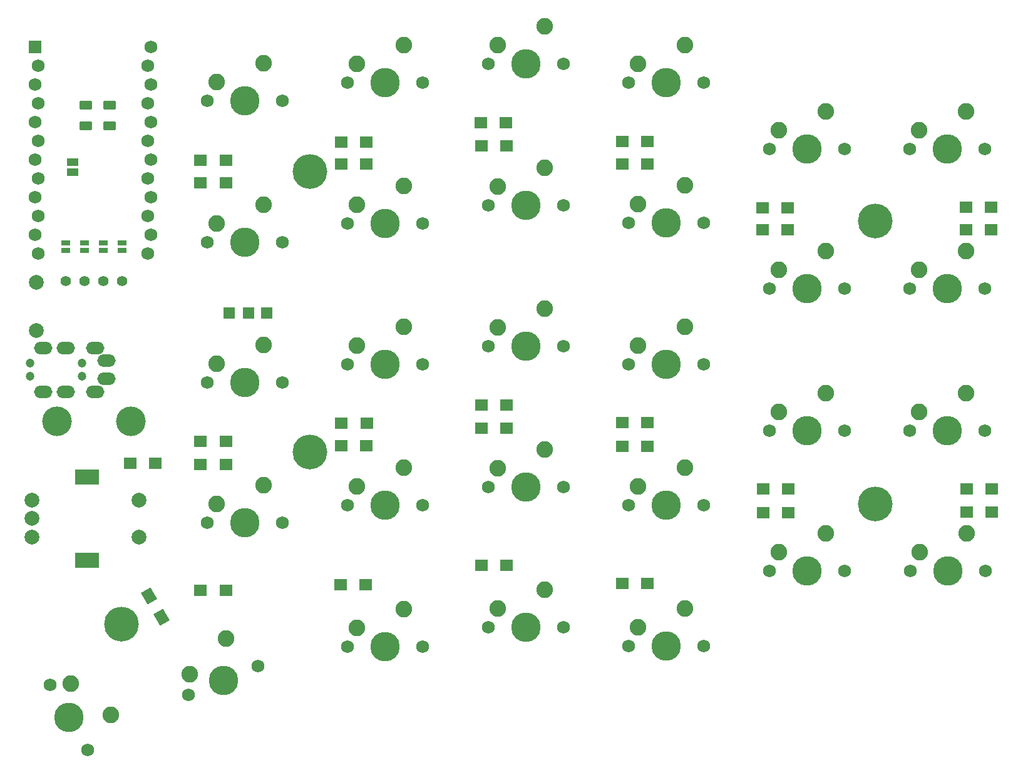
<source format=gbs>
G04 #@! TF.GenerationSoftware,KiCad,Pcbnew,(6.0.1)*
G04 #@! TF.CreationDate,2022-07-29T00:13:48+02:00*
G04 #@! TF.ProjectId,SofleKeyboard,536f666c-654b-4657-9962-6f6172642e6b,rev?*
G04 #@! TF.SameCoordinates,Original*
G04 #@! TF.FileFunction,Soldermask,Bot*
G04 #@! TF.FilePolarity,Negative*
%FSLAX46Y46*%
G04 Gerber Fmt 4.6, Leading zero omitted, Abs format (unit mm)*
G04 Created by KiCad (PCBNEW (6.0.1)) date 2022-07-29 00:13:48*
%MOMM*%
%LPD*%
G01*
G04 APERTURE LIST*
G04 Aperture macros list*
%AMRoundRect*
0 Rectangle with rounded corners*
0 $1 Rounding radius*
0 $2 $3 $4 $5 $6 $7 $8 $9 X,Y pos of 4 corners*
0 Add a 4 corners polygon primitive as box body*
4,1,4,$2,$3,$4,$5,$6,$7,$8,$9,$2,$3,0*
0 Add four circle primitives for the rounded corners*
1,1,$1+$1,$2,$3*
1,1,$1+$1,$4,$5*
1,1,$1+$1,$6,$7*
1,1,$1+$1,$8,$9*
0 Add four rect primitives between the rounded corners*
20,1,$1+$1,$2,$3,$4,$5,0*
20,1,$1+$1,$4,$5,$6,$7,0*
20,1,$1+$1,$6,$7,$8,$9,0*
20,1,$1+$1,$8,$9,$2,$3,0*%
%AMRotRect*
0 Rectangle, with rotation*
0 The origin of the aperture is its center*
0 $1 length*
0 $2 width*
0 $3 Rotation angle, in degrees counterclockwise*
0 Add horizontal line*
21,1,$1,$2,0,0,$3*%
G04 Aperture macros list end*
%ADD10R,1.752600X1.752600*%
%ADD11C,1.752600*%
%ADD12R,1.800000X1.500000*%
%ADD13RotRect,1.800000X1.500000X300.000000*%
%ADD14C,1.750000*%
%ADD15C,3.987800*%
%ADD16C,2.250000*%
%ADD17C,4.000000*%
%ADD18R,1.524000X1.524000*%
%ADD19C,1.397000*%
%ADD20C,2.000000*%
%ADD21R,3.200000X2.000000*%
%ADD22C,1.200000*%
%ADD23O,2.500000X1.700000*%
%ADD24C,4.700000*%
%ADD25RoundRect,0.250000X-0.625000X0.375000X-0.625000X-0.375000X0.625000X-0.375000X0.625000X0.375000X0*%
%ADD26R,1.143000X0.635000*%
%ADD27R,1.500000X1.000000*%
G04 APERTURE END LIST*
D10*
X92151400Y-42740000D03*
D11*
X92608600Y-45280000D03*
X92151400Y-47820000D03*
X92608600Y-50360000D03*
X92151400Y-52900000D03*
X92608600Y-55440000D03*
X92151400Y-57980000D03*
X92608600Y-60520000D03*
X92151400Y-63060000D03*
X92608600Y-65600000D03*
X92151400Y-68140000D03*
X92608600Y-70680000D03*
X107391400Y-70680000D03*
X107848600Y-68140000D03*
X107391400Y-65600000D03*
X107848600Y-63060000D03*
X107391400Y-60520000D03*
X107848600Y-57980000D03*
X107391400Y-55440000D03*
X107848600Y-52900000D03*
X107391400Y-50360000D03*
X107848600Y-47820000D03*
X107391400Y-45280000D03*
X107848600Y-42740000D03*
D12*
X114530400Y-58013600D03*
X117930400Y-58013600D03*
X133556800Y-55575200D03*
X136956800Y-55575200D03*
X152427200Y-52933600D03*
X155827200Y-52933600D03*
X171528000Y-55472400D03*
X174928000Y-55472400D03*
X190527200Y-64465200D03*
X193927200Y-64465200D03*
X221460800Y-64362400D03*
X218060800Y-64362400D03*
X114530400Y-61113600D03*
X117930400Y-61113600D03*
X133556800Y-58572400D03*
X136956800Y-58572400D03*
X152527200Y-56133600D03*
X155927200Y-56133600D03*
X171528000Y-58572400D03*
X174928000Y-58572400D03*
X190535200Y-67432400D03*
X193935200Y-67432400D03*
X221460800Y-67462400D03*
X218060800Y-67462400D03*
X114530400Y-96061600D03*
X117930400Y-96061600D03*
X133580400Y-93624400D03*
X136980400Y-93624400D03*
X152528800Y-91186000D03*
X155928800Y-91186000D03*
X171578800Y-93523200D03*
X174978800Y-93523200D03*
X190578000Y-102528000D03*
X193978000Y-102528000D03*
X221511600Y-102481600D03*
X218111600Y-102481600D03*
X114530400Y-99161600D03*
X117930400Y-99161600D03*
X133562000Y-96612000D03*
X136962000Y-96612000D03*
X152528800Y-94286000D03*
X155928800Y-94286000D03*
X171578800Y-96723200D03*
X174978800Y-96723200D03*
X190578000Y-105728000D03*
X193978000Y-105728000D03*
X221538800Y-105664000D03*
X218138800Y-105664000D03*
X105000000Y-99010000D03*
X108400000Y-99010000D03*
D13*
X107570800Y-116943514D03*
X109270800Y-119888000D03*
D12*
X114530400Y-116230400D03*
X117930400Y-116230400D03*
X133478800Y-115417600D03*
X136878800Y-115417600D03*
X152528800Y-112826800D03*
X155928800Y-112826800D03*
D14*
X115420000Y-50000000D03*
X125580000Y-50000000D03*
D15*
X120500000Y-50000000D03*
D16*
X116690000Y-47460000D03*
X123040000Y-44920000D03*
D15*
X120500000Y-69100000D03*
D14*
X115420000Y-69100000D03*
X125580000Y-69100000D03*
D16*
X116690000Y-66560000D03*
X123040000Y-64020000D03*
D14*
X115420000Y-88100000D03*
X125580000Y-88100000D03*
D15*
X120500000Y-88100000D03*
D16*
X116690000Y-85560000D03*
X123040000Y-83020000D03*
D14*
X115420000Y-107100000D03*
X125580000Y-107100000D03*
D15*
X120500000Y-107100000D03*
D16*
X116690000Y-104560000D03*
X123040000Y-102020000D03*
D15*
X96700000Y-133410000D03*
D14*
X99240000Y-137809409D03*
X94160000Y-129010591D03*
D16*
X96994705Y-128840443D03*
X102369409Y-133069705D03*
D14*
X122276165Y-126415086D03*
D15*
X117600000Y-128400000D03*
D14*
X112923835Y-130384914D03*
D16*
X113100419Y-127550603D03*
X117953168Y-122731378D03*
D14*
X134420000Y-123800000D03*
X144580000Y-123800000D03*
D15*
X139500000Y-123800000D03*
D16*
X135690000Y-121260000D03*
X142040000Y-118720000D03*
D14*
X163580000Y-121200000D03*
D15*
X158500000Y-121200000D03*
D14*
X153420000Y-121200000D03*
D16*
X154690000Y-118660000D03*
X161040000Y-116120000D03*
D17*
X95130000Y-93352000D03*
D18*
X123500000Y-78710000D03*
X121000000Y-78710000D03*
X118400000Y-78710000D03*
D19*
X96300000Y-74410000D03*
X98840000Y-74410000D03*
X101380000Y-74410000D03*
X103920000Y-74410000D03*
D12*
X171578800Y-115316000D03*
X174978800Y-115316000D03*
D17*
X105130000Y-93336000D03*
D14*
X144580000Y-85600000D03*
X134420000Y-85600000D03*
D15*
X139500000Y-85600000D03*
D16*
X135690000Y-83060000D03*
X142040000Y-80520000D03*
D15*
X139500000Y-104700000D03*
D14*
X134420000Y-104700000D03*
X144580000Y-104700000D03*
D16*
X135690000Y-102160000D03*
X142040000Y-99620000D03*
D15*
X139500000Y-66600000D03*
D14*
X144580000Y-66600000D03*
X134420000Y-66600000D03*
D16*
X135690000Y-64060000D03*
X142040000Y-61520000D03*
D15*
X139500000Y-47500000D03*
D14*
X144580000Y-47500000D03*
X134420000Y-47500000D03*
D16*
X135690000Y-44960000D03*
X142040000Y-42420000D03*
D15*
X158500000Y-83200000D03*
D14*
X163580000Y-83200000D03*
X153420000Y-83200000D03*
D16*
X154690000Y-80660000D03*
X161040000Y-78120000D03*
D14*
X163580000Y-45010000D03*
X153420000Y-45010000D03*
D15*
X158500000Y-45010000D03*
D16*
X154690000Y-42470000D03*
X161040000Y-39930000D03*
D15*
X158500000Y-64100000D03*
D14*
X163580000Y-64100000D03*
X153420000Y-64100000D03*
D16*
X154690000Y-61560000D03*
X161040000Y-59020000D03*
D14*
X163580000Y-102200000D03*
X153420000Y-102200000D03*
D15*
X158500000Y-102200000D03*
D16*
X154690000Y-99660000D03*
X161040000Y-97120000D03*
D14*
X172420000Y-104700000D03*
D15*
X177500000Y-104700000D03*
D14*
X182580000Y-104700000D03*
D16*
X173690000Y-102160000D03*
X180040000Y-99620000D03*
D14*
X172420000Y-66500000D03*
D15*
X177500000Y-66500000D03*
D14*
X182580000Y-66500000D03*
D16*
X173690000Y-63960000D03*
X180040000Y-61420000D03*
D14*
X182580000Y-123700000D03*
X172420000Y-123700000D03*
D15*
X177500000Y-123700000D03*
D16*
X173690000Y-121160000D03*
X180040000Y-118620000D03*
D14*
X182580000Y-85600000D03*
D15*
X177500000Y-85600000D03*
D14*
X172420000Y-85600000D03*
D16*
X173690000Y-83060000D03*
X180040000Y-80520000D03*
D14*
X182580000Y-47500000D03*
X172420000Y-47500000D03*
D15*
X177500000Y-47500000D03*
D16*
X173690000Y-44960000D03*
X180040000Y-42420000D03*
D15*
X196500000Y-56500000D03*
D14*
X201580000Y-56500000D03*
X191420000Y-56500000D03*
D16*
X192690000Y-53960000D03*
X199040000Y-51420000D03*
D14*
X191420000Y-113600000D03*
X201580000Y-113600000D03*
D15*
X196500000Y-113600000D03*
D16*
X192690000Y-111060000D03*
X199040000Y-108520000D03*
D14*
X210420000Y-94600000D03*
X220580000Y-94600000D03*
D15*
X215500000Y-94600000D03*
D16*
X211690000Y-92060000D03*
X218040000Y-89520000D03*
D14*
X220630000Y-113600000D03*
D15*
X215550000Y-113600000D03*
D14*
X210470000Y-113600000D03*
D16*
X211740000Y-111060000D03*
X218090000Y-108520000D03*
D15*
X215500000Y-56500000D03*
D14*
X220580000Y-56500000D03*
X210420000Y-56500000D03*
D16*
X211690000Y-53960000D03*
X218040000Y-51420000D03*
D14*
X210420000Y-75400000D03*
X220580000Y-75400000D03*
D15*
X215500000Y-75400000D03*
D16*
X211690000Y-72860000D03*
X218040000Y-70320000D03*
D14*
X191420000Y-94600000D03*
X201580000Y-94600000D03*
D15*
X196500000Y-94600000D03*
D16*
X192690000Y-92060000D03*
X199040000Y-89520000D03*
D15*
X196500000Y-75400000D03*
D14*
X201580000Y-75400000D03*
X191420000Y-75400000D03*
D16*
X192690000Y-72860000D03*
X199040000Y-70320000D03*
D20*
X91700000Y-104000000D03*
X91700000Y-109000000D03*
X91700000Y-106500000D03*
D21*
X99200000Y-112100000D03*
X99200000Y-100900000D03*
D20*
X106200000Y-109000000D03*
X106200000Y-104000000D03*
D22*
X91480000Y-87252000D03*
X91480000Y-85502000D03*
X98480000Y-87252000D03*
X98480000Y-85502000D03*
D23*
X100280000Y-89352000D03*
X100280000Y-83402000D03*
X96280000Y-89352000D03*
X96280000Y-83402000D03*
X93280000Y-89352000D03*
X93280000Y-83402000D03*
X101780000Y-87602000D03*
X101780000Y-85152000D03*
D20*
X92280000Y-81052000D03*
X92280000Y-74552000D03*
D24*
X205800000Y-66210000D03*
X103800000Y-120810000D03*
X205800000Y-104510000D03*
X129300000Y-59600000D03*
X129300000Y-97510000D03*
D25*
X102200000Y-50610000D03*
X102200000Y-53410000D03*
X99000000Y-50610000D03*
X99000000Y-53410000D03*
D26*
X101363200Y-70200380D03*
X101363200Y-69199620D03*
X98800000Y-70200380D03*
X98800000Y-69199620D03*
X96300000Y-70200380D03*
X96300000Y-69199620D03*
X103900000Y-70200380D03*
X103900000Y-69199620D03*
D27*
X97248400Y-58332000D03*
X97248400Y-59632000D03*
D15*
X215500000Y-56500000D03*
D14*
X210420000Y-56500000D03*
X220580000Y-56500000D03*
D15*
X158500000Y-121200000D03*
D14*
X153420000Y-121200000D03*
X163580000Y-121200000D03*
X153420000Y-102200000D03*
X163580000Y-102200000D03*
D15*
X158500000Y-102200000D03*
D14*
X172420000Y-66500000D03*
D15*
X177500000Y-66500000D03*
D14*
X182580000Y-66500000D03*
X172420000Y-47500000D03*
D15*
X177500000Y-47500000D03*
D14*
X182580000Y-47500000D03*
D15*
X139500000Y-123800000D03*
D14*
X144580000Y-123800000D03*
X134420000Y-123800000D03*
X134420000Y-104700000D03*
D15*
X139500000Y-104700000D03*
D14*
X144580000Y-104700000D03*
X201580000Y-113600000D03*
D15*
X196500000Y-113600000D03*
D14*
X191420000Y-113600000D03*
X153420000Y-45010000D03*
D15*
X158500000Y-45010000D03*
D14*
X163580000Y-45010000D03*
X191420000Y-75400000D03*
D15*
X196500000Y-75400000D03*
D14*
X201580000Y-75400000D03*
X191420000Y-56500000D03*
X201580000Y-56500000D03*
D15*
X196500000Y-56500000D03*
X177500000Y-104700000D03*
D14*
X172420000Y-104700000D03*
X182580000Y-104700000D03*
X210470000Y-113600000D03*
X220630000Y-113600000D03*
D15*
X215550000Y-113600000D03*
D14*
X112923835Y-130384914D03*
X122276165Y-126415086D03*
D15*
X117600000Y-128400000D03*
X139500000Y-66600000D03*
D14*
X134420000Y-66600000D03*
X144580000Y-66600000D03*
X144580000Y-47500000D03*
X134420000Y-47500000D03*
D15*
X139500000Y-47500000D03*
D14*
X220580000Y-75400000D03*
X210420000Y-75400000D03*
D15*
X215500000Y-75400000D03*
D14*
X94160000Y-129010591D03*
X99240000Y-137809409D03*
D15*
X96700000Y-133410000D03*
X158500000Y-64100000D03*
D14*
X153420000Y-64100000D03*
X163580000Y-64100000D03*
X182580000Y-123700000D03*
X172420000Y-123700000D03*
D15*
X177500000Y-123700000D03*
D14*
X220580000Y-94600000D03*
D15*
X215500000Y-94600000D03*
D14*
X210420000Y-94600000D03*
D15*
X120500000Y-50000000D03*
D14*
X125580000Y-50000000D03*
X115420000Y-50000000D03*
D15*
X120500000Y-88100000D03*
D14*
X115420000Y-88100000D03*
X125580000Y-88100000D03*
X134420000Y-85600000D03*
D15*
X139500000Y-85600000D03*
D14*
X144580000Y-85600000D03*
X182580000Y-85600000D03*
D15*
X177500000Y-85600000D03*
D14*
X172420000Y-85600000D03*
X115420000Y-69100000D03*
X125580000Y-69100000D03*
D15*
X120500000Y-69100000D03*
D14*
X153420000Y-83200000D03*
X163580000Y-83200000D03*
D15*
X158500000Y-83200000D03*
D14*
X115420000Y-107100000D03*
D15*
X120500000Y-107100000D03*
D14*
X125580000Y-107100000D03*
D15*
X196500000Y-94600000D03*
D14*
X191420000Y-94600000D03*
X201580000Y-94600000D03*
M02*

</source>
